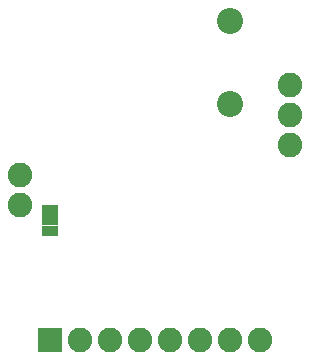
<source format=gbr>
G04 EAGLE Gerber RS-274X export*
G75*
%MOMM*%
%FSLAX34Y34*%
%LPD*%
%INSoldermask Bottom*%
%IPPOS*%
%AMOC8*
5,1,8,0,0,1.08239X$1,22.5*%
G01*
%ADD10C,0.304800*%
%ADD11C,2.203200*%
%ADD12R,1.473200X0.838200*%
%ADD13R,2.082800X2.082800*%
%ADD14C,2.082800*%


D10*
X38100Y101600D02*
X38100Y110490D01*
D11*
X190500Y269800D03*
X190500Y199800D03*
D12*
X38100Y110490D03*
X38100Y101600D03*
X38100Y92710D03*
D13*
X38100Y0D03*
D14*
X63500Y0D03*
X88900Y0D03*
X114300Y0D03*
X139700Y0D03*
X165100Y0D03*
X190500Y0D03*
X215900Y0D03*
X12700Y114300D03*
X12700Y139700D03*
X241300Y215900D03*
X241300Y190500D03*
X241300Y165100D03*
M02*

</source>
